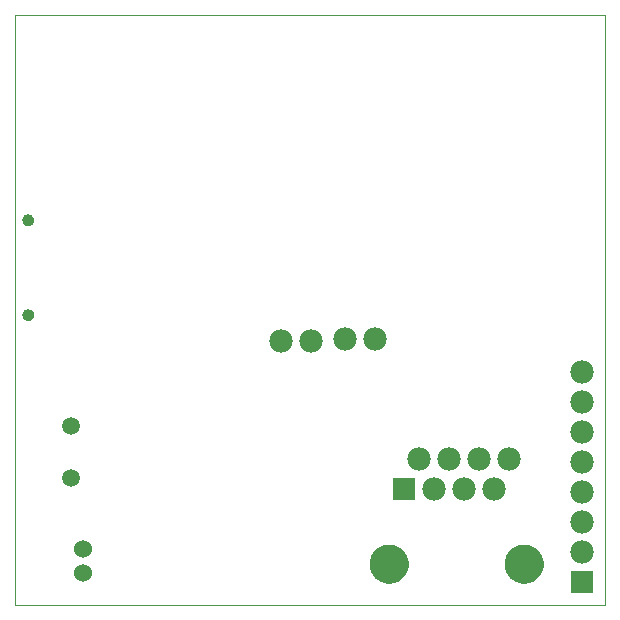
<source format=gbs>
G75*
G70*
%OFA0B0*%
%FSLAX24Y24*%
%IPPOS*%
%LPD*%
%AMOC8*
5,1,8,0,0,1.08239X$1,22.5*
%
%ADD10C,0.0000*%
%ADD11C,0.0600*%
%ADD12C,0.0594*%
%ADD13C,0.0780*%
%ADD14R,0.0780X0.0780*%
%ADD15C,0.1300*%
%ADD16C,0.0390*%
D10*
X004202Y003014D02*
X004202Y022699D01*
X023887Y022699D01*
X023887Y003014D01*
X004202Y003014D01*
X004460Y012699D02*
X004462Y012725D01*
X004468Y012751D01*
X004477Y012775D01*
X004490Y012798D01*
X004507Y012818D01*
X004526Y012836D01*
X004548Y012851D01*
X004571Y012862D01*
X004596Y012870D01*
X004622Y012874D01*
X004648Y012874D01*
X004674Y012870D01*
X004699Y012862D01*
X004723Y012851D01*
X004744Y012836D01*
X004763Y012818D01*
X004780Y012798D01*
X004793Y012775D01*
X004802Y012751D01*
X004808Y012725D01*
X004810Y012699D01*
X004808Y012673D01*
X004802Y012647D01*
X004793Y012623D01*
X004780Y012600D01*
X004763Y012580D01*
X004744Y012562D01*
X004722Y012547D01*
X004699Y012536D01*
X004674Y012528D01*
X004648Y012524D01*
X004622Y012524D01*
X004596Y012528D01*
X004571Y012536D01*
X004547Y012547D01*
X004526Y012562D01*
X004507Y012580D01*
X004490Y012600D01*
X004477Y012623D01*
X004468Y012647D01*
X004462Y012673D01*
X004460Y012699D01*
X004460Y015849D02*
X004462Y015875D01*
X004468Y015901D01*
X004477Y015925D01*
X004490Y015948D01*
X004507Y015968D01*
X004526Y015986D01*
X004548Y016001D01*
X004571Y016012D01*
X004596Y016020D01*
X004622Y016024D01*
X004648Y016024D01*
X004674Y016020D01*
X004699Y016012D01*
X004723Y016001D01*
X004744Y015986D01*
X004763Y015968D01*
X004780Y015948D01*
X004793Y015925D01*
X004802Y015901D01*
X004808Y015875D01*
X004810Y015849D01*
X004808Y015823D01*
X004802Y015797D01*
X004793Y015773D01*
X004780Y015750D01*
X004763Y015730D01*
X004744Y015712D01*
X004722Y015697D01*
X004699Y015686D01*
X004674Y015678D01*
X004648Y015674D01*
X004622Y015674D01*
X004596Y015678D01*
X004571Y015686D01*
X004547Y015697D01*
X004526Y015712D01*
X004507Y015730D01*
X004490Y015750D01*
X004477Y015773D01*
X004468Y015797D01*
X004462Y015823D01*
X004460Y015849D01*
X016037Y004392D02*
X016039Y004442D01*
X016045Y004492D01*
X016055Y004541D01*
X016069Y004589D01*
X016086Y004636D01*
X016107Y004681D01*
X016132Y004725D01*
X016160Y004766D01*
X016192Y004805D01*
X016226Y004842D01*
X016263Y004876D01*
X016303Y004906D01*
X016345Y004933D01*
X016389Y004957D01*
X016435Y004978D01*
X016482Y004994D01*
X016530Y005007D01*
X016580Y005016D01*
X016629Y005021D01*
X016680Y005022D01*
X016730Y005019D01*
X016779Y005012D01*
X016828Y005001D01*
X016876Y004986D01*
X016922Y004968D01*
X016967Y004946D01*
X017010Y004920D01*
X017051Y004891D01*
X017090Y004859D01*
X017126Y004824D01*
X017158Y004786D01*
X017188Y004746D01*
X017215Y004703D01*
X017238Y004659D01*
X017257Y004613D01*
X017273Y004565D01*
X017285Y004516D01*
X017293Y004467D01*
X017297Y004417D01*
X017297Y004367D01*
X017293Y004317D01*
X017285Y004268D01*
X017273Y004219D01*
X017257Y004171D01*
X017238Y004125D01*
X017215Y004081D01*
X017188Y004038D01*
X017158Y003998D01*
X017126Y003960D01*
X017090Y003925D01*
X017051Y003893D01*
X017010Y003864D01*
X016967Y003838D01*
X016922Y003816D01*
X016876Y003798D01*
X016828Y003783D01*
X016779Y003772D01*
X016730Y003765D01*
X016680Y003762D01*
X016629Y003763D01*
X016580Y003768D01*
X016530Y003777D01*
X016482Y003790D01*
X016435Y003806D01*
X016389Y003827D01*
X016345Y003851D01*
X016303Y003878D01*
X016263Y003908D01*
X016226Y003942D01*
X016192Y003979D01*
X016160Y004018D01*
X016132Y004059D01*
X016107Y004103D01*
X016086Y004148D01*
X016069Y004195D01*
X016055Y004243D01*
X016045Y004292D01*
X016039Y004342D01*
X016037Y004392D01*
X020537Y004392D02*
X020539Y004442D01*
X020545Y004492D01*
X020555Y004541D01*
X020569Y004589D01*
X020586Y004636D01*
X020607Y004681D01*
X020632Y004725D01*
X020660Y004766D01*
X020692Y004805D01*
X020726Y004842D01*
X020763Y004876D01*
X020803Y004906D01*
X020845Y004933D01*
X020889Y004957D01*
X020935Y004978D01*
X020982Y004994D01*
X021030Y005007D01*
X021080Y005016D01*
X021129Y005021D01*
X021180Y005022D01*
X021230Y005019D01*
X021279Y005012D01*
X021328Y005001D01*
X021376Y004986D01*
X021422Y004968D01*
X021467Y004946D01*
X021510Y004920D01*
X021551Y004891D01*
X021590Y004859D01*
X021626Y004824D01*
X021658Y004786D01*
X021688Y004746D01*
X021715Y004703D01*
X021738Y004659D01*
X021757Y004613D01*
X021773Y004565D01*
X021785Y004516D01*
X021793Y004467D01*
X021797Y004417D01*
X021797Y004367D01*
X021793Y004317D01*
X021785Y004268D01*
X021773Y004219D01*
X021757Y004171D01*
X021738Y004125D01*
X021715Y004081D01*
X021688Y004038D01*
X021658Y003998D01*
X021626Y003960D01*
X021590Y003925D01*
X021551Y003893D01*
X021510Y003864D01*
X021467Y003838D01*
X021422Y003816D01*
X021376Y003798D01*
X021328Y003783D01*
X021279Y003772D01*
X021230Y003765D01*
X021180Y003762D01*
X021129Y003763D01*
X021080Y003768D01*
X021030Y003777D01*
X020982Y003790D01*
X020935Y003806D01*
X020889Y003827D01*
X020845Y003851D01*
X020803Y003878D01*
X020763Y003908D01*
X020726Y003942D01*
X020692Y003979D01*
X020660Y004018D01*
X020632Y004059D01*
X020607Y004103D01*
X020586Y004148D01*
X020569Y004195D01*
X020555Y004243D01*
X020545Y004292D01*
X020539Y004342D01*
X020537Y004392D01*
D11*
X006466Y004097D03*
X006466Y004884D03*
D12*
X006072Y007266D03*
X006072Y008998D03*
D13*
X013062Y011831D03*
X014062Y011831D03*
X015210Y011872D03*
X016210Y011872D03*
X017667Y007892D03*
X018667Y007892D03*
X019667Y007892D03*
X020667Y007892D03*
X020167Y006892D03*
X019167Y006892D03*
X018167Y006892D03*
X023100Y006801D03*
X023100Y005801D03*
X023100Y004801D03*
X023100Y007801D03*
X023100Y008801D03*
X023100Y009801D03*
X023100Y010801D03*
D14*
X017167Y006892D03*
X023100Y003801D03*
D15*
X021167Y004392D03*
X016667Y004392D03*
D16*
X004635Y012699D03*
X004635Y015849D03*
M02*

</source>
